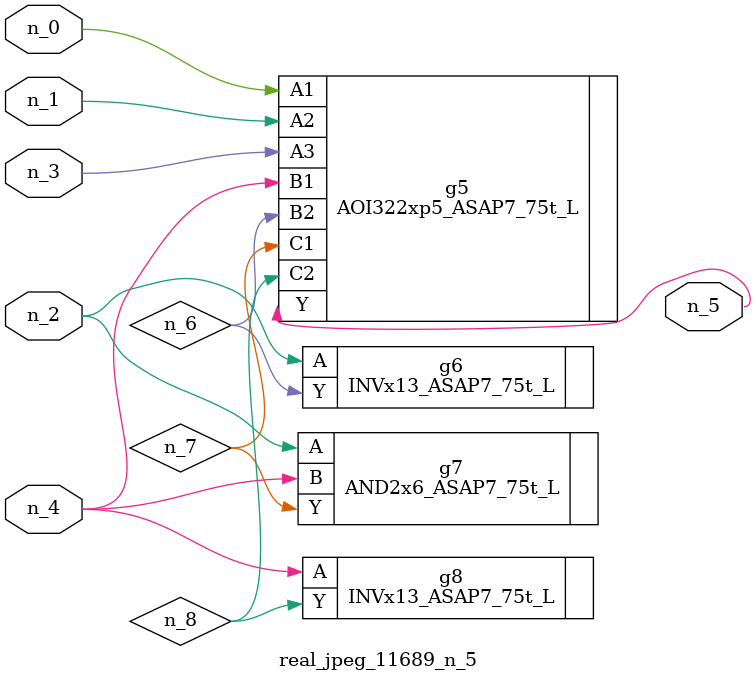
<source format=v>
module real_jpeg_11689_n_5 (n_4, n_0, n_1, n_2, n_3, n_5);

input n_4;
input n_0;
input n_1;
input n_2;
input n_3;

output n_5;

wire n_8;
wire n_6;
wire n_7;

AOI322xp5_ASAP7_75t_L g5 ( 
.A1(n_0),
.A2(n_1),
.A3(n_3),
.B1(n_4),
.B2(n_6),
.C1(n_7),
.C2(n_8),
.Y(n_5)
);

INVx13_ASAP7_75t_L g6 ( 
.A(n_2),
.Y(n_6)
);

AND2x6_ASAP7_75t_L g7 ( 
.A(n_2),
.B(n_4),
.Y(n_7)
);

INVx13_ASAP7_75t_L g8 ( 
.A(n_4),
.Y(n_8)
);


endmodule
</source>
